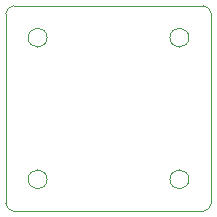
<source format=gbr>
%TF.GenerationSoftware,KiCad,Pcbnew,9.0.0*%
%TF.CreationDate,2025-05-28T10:08:54+06:00*%
%TF.ProjectId,button-pcb,62757474-6f6e-42d7-9063-622e6b696361,rev?*%
%TF.SameCoordinates,Original*%
%TF.FileFunction,Profile,NP*%
%FSLAX46Y46*%
G04 Gerber Fmt 4.6, Leading zero omitted, Abs format (unit mm)*
G04 Created by KiCad (PCBNEW 9.0.0) date 2025-05-28 10:08:54*
%MOMM*%
%LPD*%
G01*
G04 APERTURE LIST*
%TA.AperFunction,Profile*%
%ADD10C,0.100000*%
%TD*%
G04 APERTURE END LIST*
D10*
X141300000Y-92000000D02*
G75*
G02*
X142000000Y-91300000I700000J0D01*
G01*
X158700000Y-108000000D02*
X158700000Y-92000000D01*
X142000000Y-108700000D02*
G75*
G02*
X141300000Y-108000000I0J700000D01*
G01*
X144800000Y-106000000D02*
G75*
G02*
X143200000Y-106000000I-800000J0D01*
G01*
X143200000Y-106000000D02*
G75*
G02*
X144800000Y-106000000I800000J0D01*
G01*
X156800000Y-106000000D02*
G75*
G02*
X155200000Y-106000000I-800000J0D01*
G01*
X155200000Y-106000000D02*
G75*
G02*
X156800000Y-106000000I800000J0D01*
G01*
X144800000Y-94000000D02*
G75*
G02*
X143200000Y-94000000I-800000J0D01*
G01*
X143200000Y-94000000D02*
G75*
G02*
X144800000Y-94000000I800000J0D01*
G01*
X142000000Y-108700000D02*
X158000000Y-108700000D01*
X158000000Y-91300000D02*
X142000000Y-91300000D01*
X158000000Y-91300000D02*
G75*
G02*
X158700000Y-92000000I0J-700000D01*
G01*
X158700000Y-108000000D02*
G75*
G02*
X158000000Y-108700000I-700000J0D01*
G01*
X141300000Y-92000000D02*
X141300000Y-108000000D01*
X156800000Y-94000000D02*
G75*
G02*
X155200000Y-94000000I-800000J0D01*
G01*
X155200000Y-94000000D02*
G75*
G02*
X156800000Y-94000000I800000J0D01*
G01*
M02*

</source>
